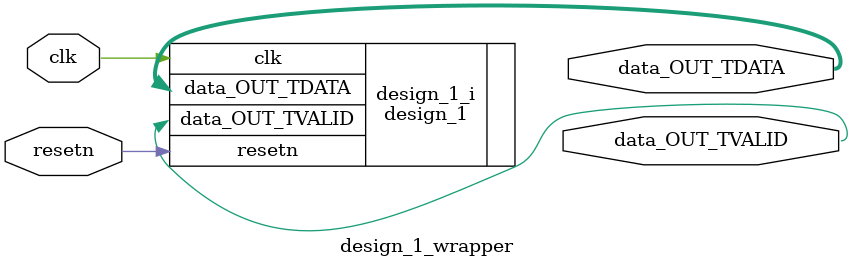
<source format=v>
`timescale 1 ps / 1 ps

module design_1_wrapper
   (clk,
    data_OUT_TDATA,
    data_OUT_TVALID,
    resetn);
  input clk;
  output [31:0]data_OUT_TDATA;
  output data_OUT_TVALID;
  input resetn;

  wire clk;
  wire [31:0]data_OUT_TDATA;
  wire data_OUT_TVALID;
  wire resetn;

  design_1 design_1_i
       (.clk(clk),
        .data_OUT_TDATA(data_OUT_TDATA),
        .data_OUT_TVALID(data_OUT_TVALID),
        .resetn(resetn));
endmodule

</source>
